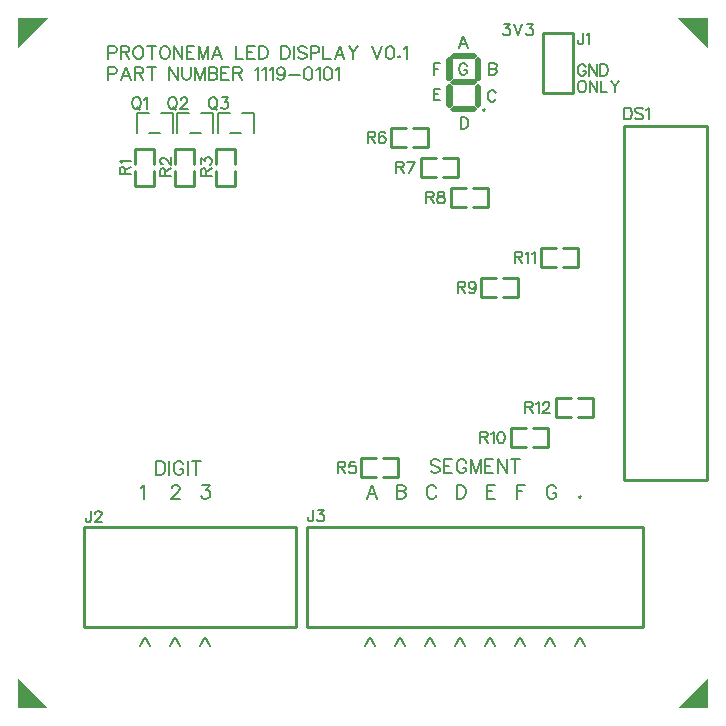
<source format=gto>
G04 Layer: TopSilkscreenLayer*
G04 Panelize: , Column: 2, Row: 2, Board Size: 58.42mm x 58.42mm, Panelized Board Size: 118.84mm x 118.84mm*
G04 EasyEDA v6.5.34, 2023-08-21 18:11:39*
G04 65339524c9c04168860851439bfcdcf3,5a6b42c53f6a479593ecc07194224c93,10*
G04 Gerber Generator version 0.2*
G04 Scale: 100 percent, Rotated: No, Reflected: No *
G04 Dimensions in millimeters *
G04 leading zeros omitted , absolute positions ,4 integer and 5 decimal *
%FSLAX45Y45*%
%MOMM*%

%ADD10C,0.1524*%
%ADD11C,0.2540*%

%LPD*%
G36*
X3682390Y5545886D02*
G01*
X3663391Y5529529D01*
X3656126Y5522671D01*
X3655060Y5521350D01*
X3656126Y5519928D01*
X3663391Y5512866D01*
X3682288Y5495899D01*
X3863136Y5495899D01*
X3890518Y5521045D01*
X3862628Y5545886D01*
G37*
G36*
X3649014Y5515610D02*
G01*
X3647338Y5514594D01*
X3644036Y5511901D01*
X3634638Y5503113D01*
X3622040Y5490616D01*
X3621887Y5327446D01*
X3639667Y5309768D01*
X3644137Y5305704D01*
X3647490Y5302961D01*
X3649218Y5301945D01*
X3651046Y5302961D01*
X3659276Y5309717D01*
X3678275Y5327345D01*
X3678275Y5490667D01*
X3659073Y5507990D01*
X3654348Y5511952D01*
X3650843Y5514594D01*
G37*
G36*
X3894378Y5515610D02*
G01*
X3892702Y5514644D01*
X3889400Y5512104D01*
X3879900Y5503672D01*
X3867200Y5491683D01*
X3867200Y5326227D01*
X3885692Y5309362D01*
X3893464Y5302910D01*
X3894988Y5301945D01*
X3896512Y5302910D01*
X3904030Y5309158D01*
X3921912Y5325516D01*
X3921912Y5492191D01*
X3903878Y5508447D01*
X3896106Y5514695D01*
G37*
G36*
X3680663Y5321655D02*
G01*
X3662883Y5305196D01*
X3656076Y5298084D01*
X3655060Y5296611D01*
X3656126Y5295036D01*
X3659073Y5291836D01*
X3668776Y5282590D01*
X3682492Y5270144D01*
X3863035Y5270144D01*
X3890314Y5296662D01*
X3863136Y5321655D01*
G37*
G36*
X3895242Y5291378D02*
G01*
X3890619Y5287619D01*
X3867200Y5265978D01*
X3867200Y5101590D01*
X3885031Y5085029D01*
X3889451Y5081219D01*
X3892753Y5078679D01*
X3894480Y5077714D01*
X3896207Y5078628D01*
X3903979Y5084927D01*
X3921912Y5101285D01*
X3921912Y5267960D01*
X3903929Y5284216D01*
X3896614Y5290413D01*
G37*
G36*
X3649014Y5291175D02*
G01*
X3647440Y5290108D01*
X3639870Y5283403D01*
X3621887Y5266182D01*
X3621887Y5101945D01*
X3639616Y5085130D01*
X3644036Y5081270D01*
X3647389Y5078679D01*
X3649116Y5077714D01*
X3650894Y5078730D01*
X3654450Y5081422D01*
X3664610Y5090261D01*
X3678275Y5102758D01*
X3678275Y5265216D01*
X3658819Y5283352D01*
X3650640Y5290210D01*
G37*
G36*
X3682796Y5097424D02*
G01*
X3654247Y5071770D01*
X3682339Y5045913D01*
X3862019Y5045913D01*
X3890670Y5072329D01*
X3861866Y5097424D01*
G37*
D10*
X2496565Y1675637D02*
G01*
X2496565Y1602994D01*
X2491993Y1589278D01*
X2487422Y1584705D01*
X2478277Y1580134D01*
X2469388Y1580134D01*
X2460243Y1584705D01*
X2455672Y1589278D01*
X2451100Y1602994D01*
X2451100Y1612137D01*
X2535681Y1675637D02*
G01*
X2585720Y1675637D01*
X2558288Y1639315D01*
X2572004Y1639315D01*
X2581147Y1634744D01*
X2585720Y1630171D01*
X2590291Y1616710D01*
X2590291Y1607565D01*
X2585720Y1593850D01*
X2576575Y1584705D01*
X2562859Y1580134D01*
X2549397Y1580134D01*
X2535681Y1584705D01*
X2531109Y1589278D01*
X2526538Y1598421D01*
X762000Y5423915D02*
G01*
X762000Y5314950D01*
X762000Y5423915D02*
G01*
X808736Y5423915D01*
X824229Y5418836D01*
X829563Y5413502D01*
X834644Y5403087D01*
X834644Y5387594D01*
X829563Y5377179D01*
X824229Y5372100D01*
X808736Y5366765D01*
X762000Y5366765D01*
X910589Y5423915D02*
G01*
X868934Y5314950D01*
X910589Y5423915D02*
G01*
X952245Y5314950D01*
X884681Y5351271D02*
G01*
X936497Y5351271D01*
X986536Y5423915D02*
G01*
X986536Y5314950D01*
X986536Y5423915D02*
G01*
X1033271Y5423915D01*
X1048765Y5418836D01*
X1054100Y5413502D01*
X1059179Y5403087D01*
X1059179Y5392673D01*
X1054100Y5382260D01*
X1048765Y5377179D01*
X1033271Y5372100D01*
X986536Y5372100D01*
X1022857Y5372100D02*
G01*
X1059179Y5314950D01*
X1129792Y5423915D02*
G01*
X1129792Y5314950D01*
X1093470Y5423915D02*
G01*
X1166113Y5423915D01*
X1280413Y5423915D02*
G01*
X1280413Y5314950D01*
X1280413Y5423915D02*
G01*
X1353312Y5314950D01*
X1353312Y5423915D02*
G01*
X1353312Y5314950D01*
X1387602Y5423915D02*
G01*
X1387602Y5345937D01*
X1392681Y5330444D01*
X1403095Y5320029D01*
X1418589Y5314950D01*
X1429004Y5314950D01*
X1444752Y5320029D01*
X1455165Y5330444D01*
X1460245Y5345937D01*
X1460245Y5423915D01*
X1494536Y5423915D02*
G01*
X1494536Y5314950D01*
X1494536Y5423915D02*
G01*
X1536192Y5314950D01*
X1577594Y5423915D02*
G01*
X1536192Y5314950D01*
X1577594Y5423915D02*
G01*
X1577594Y5314950D01*
X1611884Y5423915D02*
G01*
X1611884Y5314950D01*
X1611884Y5423915D02*
G01*
X1658620Y5423915D01*
X1674368Y5418836D01*
X1679447Y5413502D01*
X1684781Y5403087D01*
X1684781Y5392673D01*
X1679447Y5382260D01*
X1674368Y5377179D01*
X1658620Y5372100D01*
X1611884Y5372100D02*
G01*
X1658620Y5372100D01*
X1674368Y5366765D01*
X1679447Y5361686D01*
X1684781Y5351271D01*
X1684781Y5335523D01*
X1679447Y5325110D01*
X1674368Y5320029D01*
X1658620Y5314950D01*
X1611884Y5314950D01*
X1719071Y5423915D02*
G01*
X1719071Y5314950D01*
X1719071Y5423915D02*
G01*
X1786636Y5423915D01*
X1719071Y5372100D02*
G01*
X1760473Y5372100D01*
X1719071Y5314950D02*
G01*
X1786636Y5314950D01*
X1820926Y5423915D02*
G01*
X1820926Y5314950D01*
X1820926Y5423915D02*
G01*
X1867662Y5423915D01*
X1883155Y5418836D01*
X1888489Y5413502D01*
X1893570Y5403087D01*
X1893570Y5392673D01*
X1888489Y5382260D01*
X1883155Y5377179D01*
X1867662Y5372100D01*
X1820926Y5372100D01*
X1857247Y5372100D02*
G01*
X1893570Y5314950D01*
X2007870Y5403087D02*
G01*
X2018284Y5408421D01*
X2033777Y5423915D01*
X2033777Y5314950D01*
X2068068Y5403087D02*
G01*
X2078481Y5408421D01*
X2094229Y5423915D01*
X2094229Y5314950D01*
X2128520Y5403087D02*
G01*
X2138679Y5408421D01*
X2154427Y5423915D01*
X2154427Y5314950D01*
X2256281Y5387594D02*
G01*
X2250947Y5372100D01*
X2240534Y5361686D01*
X2225040Y5356352D01*
X2219959Y5356352D01*
X2204211Y5361686D01*
X2193797Y5372100D01*
X2188718Y5387594D01*
X2188718Y5392673D01*
X2193797Y5408421D01*
X2204211Y5418836D01*
X2219959Y5423915D01*
X2225040Y5423915D01*
X2240534Y5418836D01*
X2250947Y5408421D01*
X2256281Y5387594D01*
X2256281Y5361686D01*
X2250947Y5335523D01*
X2240534Y5320029D01*
X2225040Y5314950D01*
X2214625Y5314950D01*
X2199131Y5320029D01*
X2193797Y5330444D01*
X2290572Y5361686D02*
G01*
X2384043Y5361686D01*
X2449575Y5423915D02*
G01*
X2433827Y5418836D01*
X2423413Y5403087D01*
X2418334Y5377179D01*
X2418334Y5361686D01*
X2423413Y5335523D01*
X2433827Y5320029D01*
X2449575Y5314950D01*
X2459990Y5314950D01*
X2475484Y5320029D01*
X2485897Y5335523D01*
X2490977Y5361686D01*
X2490977Y5377179D01*
X2485897Y5403087D01*
X2475484Y5418836D01*
X2459990Y5423915D01*
X2449575Y5423915D01*
X2525268Y5403087D02*
G01*
X2535681Y5408421D01*
X2551429Y5423915D01*
X2551429Y5314950D01*
X2616708Y5423915D02*
G01*
X2601213Y5418836D01*
X2590800Y5403087D01*
X2585720Y5377179D01*
X2585720Y5361686D01*
X2590800Y5335523D01*
X2601213Y5320029D01*
X2616708Y5314950D01*
X2627122Y5314950D01*
X2642870Y5320029D01*
X2653029Y5335523D01*
X2658363Y5361686D01*
X2658363Y5377179D01*
X2653029Y5403087D01*
X2642870Y5418836D01*
X2627122Y5423915D01*
X2616708Y5423915D01*
X2692654Y5403087D02*
G01*
X2703068Y5408421D01*
X2718561Y5423915D01*
X2718561Y5314950D01*
X762000Y5601715D02*
G01*
X762000Y5492750D01*
X762000Y5601715D02*
G01*
X808736Y5601715D01*
X824229Y5596636D01*
X829563Y5591302D01*
X834644Y5580887D01*
X834644Y5565394D01*
X829563Y5554979D01*
X824229Y5549900D01*
X808736Y5544565D01*
X762000Y5544565D01*
X868934Y5601715D02*
G01*
X868934Y5492750D01*
X868934Y5601715D02*
G01*
X915670Y5601715D01*
X931418Y5596636D01*
X936497Y5591302D01*
X941831Y5580887D01*
X941831Y5570473D01*
X936497Y5560060D01*
X931418Y5554979D01*
X915670Y5549900D01*
X868934Y5549900D01*
X905510Y5549900D02*
G01*
X941831Y5492750D01*
X1007110Y5601715D02*
G01*
X996950Y5596636D01*
X986536Y5586221D01*
X981202Y5575807D01*
X976121Y5560060D01*
X976121Y5534152D01*
X981202Y5518657D01*
X986536Y5508244D01*
X996950Y5497829D01*
X1007110Y5492750D01*
X1027937Y5492750D01*
X1038352Y5497829D01*
X1048765Y5508244D01*
X1054100Y5518657D01*
X1059179Y5534152D01*
X1059179Y5560060D01*
X1054100Y5575807D01*
X1048765Y5586221D01*
X1038352Y5596636D01*
X1027937Y5601715D01*
X1007110Y5601715D01*
X1129792Y5601715D02*
G01*
X1129792Y5492750D01*
X1093470Y5601715D02*
G01*
X1166113Y5601715D01*
X1231645Y5601715D02*
G01*
X1221231Y5596636D01*
X1210818Y5586221D01*
X1205737Y5575807D01*
X1200404Y5560060D01*
X1200404Y5534152D01*
X1205737Y5518657D01*
X1210818Y5508244D01*
X1221231Y5497829D01*
X1231645Y5492750D01*
X1252473Y5492750D01*
X1262887Y5497829D01*
X1273302Y5508244D01*
X1278381Y5518657D01*
X1283715Y5534152D01*
X1283715Y5560060D01*
X1278381Y5575807D01*
X1273302Y5586221D01*
X1262887Y5596636D01*
X1252473Y5601715D01*
X1231645Y5601715D01*
X1318005Y5601715D02*
G01*
X1318005Y5492750D01*
X1318005Y5601715D02*
G01*
X1390650Y5492750D01*
X1390650Y5601715D02*
G01*
X1390650Y5492750D01*
X1424939Y5601715D02*
G01*
X1424939Y5492750D01*
X1424939Y5601715D02*
G01*
X1492504Y5601715D01*
X1424939Y5549900D02*
G01*
X1466595Y5549900D01*
X1424939Y5492750D02*
G01*
X1492504Y5492750D01*
X1526794Y5601715D02*
G01*
X1526794Y5492750D01*
X1526794Y5601715D02*
G01*
X1568450Y5492750D01*
X1609852Y5601715D02*
G01*
X1568450Y5492750D01*
X1609852Y5601715D02*
G01*
X1609852Y5492750D01*
X1685797Y5601715D02*
G01*
X1644142Y5492750D01*
X1685797Y5601715D02*
G01*
X1727200Y5492750D01*
X1659889Y5529071D02*
G01*
X1711705Y5529071D01*
X1841500Y5601715D02*
G01*
X1841500Y5492750D01*
X1841500Y5492750D02*
G01*
X1903984Y5492750D01*
X1938274Y5601715D02*
G01*
X1938274Y5492750D01*
X1938274Y5601715D02*
G01*
X2005838Y5601715D01*
X1938274Y5549900D02*
G01*
X1979929Y5549900D01*
X1938274Y5492750D02*
G01*
X2005838Y5492750D01*
X2040127Y5601715D02*
G01*
X2040127Y5492750D01*
X2040127Y5601715D02*
G01*
X2076450Y5601715D01*
X2091943Y5596636D01*
X2102358Y5586221D01*
X2107691Y5575807D01*
X2112772Y5560060D01*
X2112772Y5534152D01*
X2107691Y5518657D01*
X2102358Y5508244D01*
X2091943Y5497829D01*
X2076450Y5492750D01*
X2040127Y5492750D01*
X2227072Y5601715D02*
G01*
X2227072Y5492750D01*
X2227072Y5601715D02*
G01*
X2263393Y5601715D01*
X2279141Y5596636D01*
X2289556Y5586221D01*
X2294636Y5575807D01*
X2299970Y5560060D01*
X2299970Y5534152D01*
X2294636Y5518657D01*
X2289556Y5508244D01*
X2279141Y5497829D01*
X2263393Y5492750D01*
X2227072Y5492750D01*
X2334259Y5601715D02*
G01*
X2334259Y5492750D01*
X2441193Y5586221D02*
G01*
X2430779Y5596636D01*
X2415286Y5601715D01*
X2394458Y5601715D01*
X2378709Y5596636D01*
X2368550Y5586221D01*
X2368550Y5575807D01*
X2373629Y5565394D01*
X2378709Y5560060D01*
X2389124Y5554979D01*
X2420365Y5544565D01*
X2430779Y5539486D01*
X2435859Y5534152D01*
X2441193Y5523737D01*
X2441193Y5508244D01*
X2430779Y5497829D01*
X2415286Y5492750D01*
X2394458Y5492750D01*
X2378709Y5497829D01*
X2368550Y5508244D01*
X2475484Y5601715D02*
G01*
X2475484Y5492750D01*
X2475484Y5601715D02*
G01*
X2522220Y5601715D01*
X2537713Y5596636D01*
X2543047Y5591302D01*
X2548127Y5580887D01*
X2548127Y5565394D01*
X2543047Y5554979D01*
X2537713Y5549900D01*
X2522220Y5544565D01*
X2475484Y5544565D01*
X2582418Y5601715D02*
G01*
X2582418Y5492750D01*
X2582418Y5492750D02*
G01*
X2644902Y5492750D01*
X2720593Y5601715D02*
G01*
X2679191Y5492750D01*
X2720593Y5601715D02*
G01*
X2762250Y5492750D01*
X2694686Y5529071D02*
G01*
X2746756Y5529071D01*
X2796540Y5601715D02*
G01*
X2838195Y5549900D01*
X2838195Y5492750D01*
X2879597Y5601715D02*
G01*
X2838195Y5549900D01*
X2993897Y5601715D02*
G01*
X3035554Y5492750D01*
X3077209Y5601715D02*
G01*
X3035554Y5492750D01*
X3142488Y5601715D02*
G01*
X3126993Y5596636D01*
X3116579Y5580887D01*
X3111500Y5554979D01*
X3111500Y5539486D01*
X3116579Y5513323D01*
X3126993Y5497829D01*
X3142488Y5492750D01*
X3152902Y5492750D01*
X3168650Y5497829D01*
X3178809Y5513323D01*
X3184143Y5539486D01*
X3184143Y5554979D01*
X3178809Y5580887D01*
X3168650Y5596636D01*
X3152902Y5601715D01*
X3142488Y5601715D01*
X3223513Y5518657D02*
G01*
X3218434Y5513323D01*
X3223513Y5508244D01*
X3228847Y5513323D01*
X3223513Y5518657D01*
X3263138Y5580887D02*
G01*
X3273552Y5586221D01*
X3289045Y5601715D01*
X3289045Y5492750D01*
X4764277Y5307837D02*
G01*
X4755388Y5303265D01*
X4746243Y5294376D01*
X4741672Y5285231D01*
X4737100Y5271515D01*
X4737100Y5248910D01*
X4741672Y5235194D01*
X4746243Y5226050D01*
X4755388Y5216905D01*
X4764277Y5212334D01*
X4782565Y5212334D01*
X4791709Y5216905D01*
X4800854Y5226050D01*
X4805172Y5235194D01*
X4809743Y5248910D01*
X4809743Y5271515D01*
X4805172Y5285231D01*
X4800854Y5294376D01*
X4791709Y5303265D01*
X4782565Y5307837D01*
X4764277Y5307837D01*
X4839715Y5307837D02*
G01*
X4839715Y5212334D01*
X4839715Y5307837D02*
G01*
X4903470Y5212334D01*
X4903470Y5307837D02*
G01*
X4903470Y5212334D01*
X4933441Y5307837D02*
G01*
X4933441Y5212334D01*
X4933441Y5212334D02*
G01*
X4988052Y5212334D01*
X5018024Y5307837D02*
G01*
X5054345Y5262371D01*
X5054345Y5212334D01*
X5090668Y5307837D02*
G01*
X5054345Y5262371D01*
X4805172Y5424931D02*
G01*
X4800854Y5434076D01*
X4791709Y5442965D01*
X4782565Y5447537D01*
X4764277Y5447537D01*
X4755388Y5442965D01*
X4746243Y5434076D01*
X4741672Y5424931D01*
X4737100Y5411215D01*
X4737100Y5388610D01*
X4741672Y5374894D01*
X4746243Y5365750D01*
X4755388Y5356605D01*
X4764277Y5352034D01*
X4782565Y5352034D01*
X4791709Y5356605D01*
X4800854Y5365750D01*
X4805172Y5374894D01*
X4805172Y5388610D01*
X4782565Y5388610D02*
G01*
X4805172Y5388610D01*
X4835397Y5447537D02*
G01*
X4835397Y5352034D01*
X4835397Y5447537D02*
G01*
X4898897Y5352034D01*
X4898897Y5447537D02*
G01*
X4898897Y5352034D01*
X4928870Y5447537D02*
G01*
X4928870Y5352034D01*
X4928870Y5447537D02*
G01*
X4960620Y5447537D01*
X4974336Y5442965D01*
X4983479Y5434076D01*
X4988052Y5424931D01*
X4992624Y5411215D01*
X4992624Y5388610D01*
X4988052Y5374894D01*
X4983479Y5365750D01*
X4974336Y5356605D01*
X4960620Y5352034D01*
X4928870Y5352034D01*
X1560321Y1886457D02*
G01*
X1620265Y1886457D01*
X1587500Y1842770D01*
X1604010Y1842770D01*
X1614931Y1837181D01*
X1620265Y1831847D01*
X1625854Y1815592D01*
X1625854Y1804670D01*
X1620265Y1788160D01*
X1609344Y1777237D01*
X1593087Y1771904D01*
X1576578Y1771904D01*
X1560321Y1777237D01*
X1554734Y1782826D01*
X1549400Y1793747D01*
X1300734Y1859026D02*
G01*
X1300734Y1864613D01*
X1306321Y1875536D01*
X1311655Y1880870D01*
X1322578Y1886457D01*
X1344421Y1886457D01*
X1355344Y1880870D01*
X1360931Y1875536D01*
X1366265Y1864613D01*
X1366265Y1853692D01*
X1360931Y1842770D01*
X1350010Y1826513D01*
X1295400Y1771904D01*
X1371854Y1771904D01*
X1041400Y1864613D02*
G01*
X1052321Y1869947D01*
X1068578Y1886457D01*
X1068578Y1771904D01*
X616457Y1666239D02*
G01*
X616457Y1593595D01*
X611886Y1579879D01*
X607313Y1575307D01*
X598170Y1570736D01*
X589279Y1570736D01*
X580136Y1575307D01*
X575563Y1579879D01*
X570992Y1593595D01*
X570992Y1602739D01*
X651002Y1643634D02*
G01*
X651002Y1648205D01*
X655573Y1657095D01*
X660145Y1661668D01*
X669289Y1666239D01*
X687323Y1666239D01*
X696468Y1661668D01*
X701039Y1657095D01*
X705612Y1648205D01*
X705612Y1639062D01*
X701039Y1629918D01*
X691895Y1616202D01*
X646429Y1570736D01*
X710184Y1570736D01*
X2993643Y1886457D02*
G01*
X2949956Y1771904D01*
X2993643Y1886457D02*
G01*
X3037331Y1771904D01*
X2966465Y1810004D02*
G01*
X3020822Y1810004D01*
X3203956Y1886457D02*
G01*
X3203956Y1771904D01*
X3203956Y1886457D02*
G01*
X3252977Y1886457D01*
X3269488Y1880870D01*
X3274822Y1875536D01*
X3280409Y1864613D01*
X3280409Y1853692D01*
X3274822Y1842770D01*
X3269488Y1837181D01*
X3252977Y1831847D01*
X3203956Y1831847D02*
G01*
X3252977Y1831847D01*
X3269488Y1826260D01*
X3274822Y1820926D01*
X3280409Y1810004D01*
X3280409Y1793747D01*
X3274822Y1782826D01*
X3269488Y1777237D01*
X3252977Y1771904D01*
X3203956Y1771904D01*
X3539743Y1859026D02*
G01*
X3534409Y1869947D01*
X3523488Y1880870D01*
X3512565Y1886457D01*
X3490722Y1886457D01*
X3479800Y1880870D01*
X3468877Y1869947D01*
X3463543Y1859026D01*
X3457956Y1842770D01*
X3457956Y1815337D01*
X3463543Y1799081D01*
X3468877Y1788160D01*
X3479800Y1777237D01*
X3490722Y1771904D01*
X3512565Y1771904D01*
X3523488Y1777237D01*
X3534409Y1788160D01*
X3539743Y1799081D01*
X3711956Y1886457D02*
G01*
X3711956Y1771904D01*
X3711956Y1886457D02*
G01*
X3750309Y1886457D01*
X3766565Y1880870D01*
X3777488Y1869947D01*
X3782822Y1859026D01*
X3788409Y1842770D01*
X3788409Y1815337D01*
X3782822Y1799081D01*
X3777488Y1788160D01*
X3766565Y1777237D01*
X3750309Y1771904D01*
X3711956Y1771904D01*
X3965956Y1886457D02*
G01*
X3965956Y1771904D01*
X3965956Y1886457D02*
G01*
X4036822Y1886457D01*
X3965956Y1831847D02*
G01*
X4009643Y1831847D01*
X3965956Y1771904D02*
G01*
X4036822Y1771904D01*
X4219956Y1886457D02*
G01*
X4219956Y1771904D01*
X4219956Y1886457D02*
G01*
X4290822Y1886457D01*
X4219956Y1831847D02*
G01*
X4263643Y1831847D01*
X4555743Y1859026D02*
G01*
X4550409Y1869947D01*
X4539488Y1880870D01*
X4528565Y1886457D01*
X4506722Y1886457D01*
X4495800Y1880870D01*
X4484877Y1869947D01*
X4479543Y1859026D01*
X4473956Y1842770D01*
X4473956Y1815337D01*
X4479543Y1799081D01*
X4484877Y1788160D01*
X4495800Y1777237D01*
X4506722Y1771904D01*
X4528565Y1771904D01*
X4539488Y1777237D01*
X4550409Y1788160D01*
X4555743Y1799081D01*
X4555743Y1815337D01*
X4528565Y1815337D02*
G01*
X4555743Y1815337D01*
X4758943Y1796287D02*
G01*
X4749800Y1787144D01*
X4758943Y1778000D01*
X4768088Y1787144D01*
X4758943Y1796287D01*
X1168400Y2089657D02*
G01*
X1168400Y1975104D01*
X1168400Y2089657D02*
G01*
X1206500Y2089657D01*
X1223010Y2084070D01*
X1233931Y2073147D01*
X1239265Y2062226D01*
X1244854Y2045970D01*
X1244854Y2018792D01*
X1239265Y2002281D01*
X1233931Y1991360D01*
X1223010Y1980437D01*
X1206500Y1975104D01*
X1168400Y1975104D01*
X1280668Y2089657D02*
G01*
X1280668Y1975104D01*
X1398523Y2062226D02*
G01*
X1393189Y2073147D01*
X1382268Y2084070D01*
X1371345Y2089657D01*
X1349502Y2089657D01*
X1338579Y2084070D01*
X1327657Y2073147D01*
X1322323Y2062226D01*
X1316736Y2045970D01*
X1316736Y2018792D01*
X1322323Y2002281D01*
X1327657Y1991360D01*
X1338579Y1980437D01*
X1349502Y1975104D01*
X1371345Y1975104D01*
X1382268Y1980437D01*
X1393189Y1991360D01*
X1398523Y2002281D01*
X1398523Y2018792D01*
X1371345Y2018792D02*
G01*
X1398523Y2018792D01*
X1434592Y2089657D02*
G01*
X1434592Y1975104D01*
X1508760Y2089657D02*
G01*
X1508760Y1975104D01*
X1470660Y2089657D02*
G01*
X1546860Y2089657D01*
X3568954Y2085847D02*
G01*
X3558031Y2096770D01*
X3541522Y2102357D01*
X3519677Y2102357D01*
X3503422Y2096770D01*
X3492500Y2085847D01*
X3492500Y2074926D01*
X3497834Y2064004D01*
X3503422Y2058670D01*
X3514343Y2053081D01*
X3547109Y2042413D01*
X3558031Y2036826D01*
X3563365Y2031492D01*
X3568954Y2020570D01*
X3568954Y2004060D01*
X3558031Y1993137D01*
X3541522Y1987804D01*
X3519677Y1987804D01*
X3503422Y1993137D01*
X3492500Y2004060D01*
X3604768Y2102357D02*
G01*
X3604768Y1987804D01*
X3604768Y2102357D02*
G01*
X3675888Y2102357D01*
X3604768Y2047747D02*
G01*
X3648456Y2047747D01*
X3604768Y1987804D02*
G01*
X3675888Y1987804D01*
X3793490Y2074926D02*
G01*
X3788156Y2085847D01*
X3777234Y2096770D01*
X3766311Y2102357D01*
X3744468Y2102357D01*
X3733545Y2096770D01*
X3722624Y2085847D01*
X3717290Y2074926D01*
X3711702Y2058670D01*
X3711702Y2031492D01*
X3717290Y2014981D01*
X3722624Y2004060D01*
X3733545Y1993137D01*
X3744468Y1987804D01*
X3766311Y1987804D01*
X3777234Y1993137D01*
X3788156Y2004060D01*
X3793490Y2014981D01*
X3793490Y2031492D01*
X3766311Y2031492D02*
G01*
X3793490Y2031492D01*
X3829558Y2102357D02*
G01*
X3829558Y1987804D01*
X3829558Y2102357D02*
G01*
X3873245Y1987804D01*
X3916934Y2102357D02*
G01*
X3873245Y1987804D01*
X3916934Y2102357D02*
G01*
X3916934Y1987804D01*
X3952747Y2102357D02*
G01*
X3952747Y1987804D01*
X3952747Y2102357D02*
G01*
X4023868Y2102357D01*
X3952747Y2047747D02*
G01*
X3996436Y2047747D01*
X3952747Y1987804D02*
G01*
X4023868Y1987804D01*
X4059681Y2102357D02*
G01*
X4059681Y1987804D01*
X4059681Y2102357D02*
G01*
X4136136Y1987804D01*
X4136136Y2102357D02*
G01*
X4136136Y1987804D01*
X4210304Y2102357D02*
G01*
X4210304Y1987804D01*
X4172204Y2102357D02*
G01*
X4248404Y2102357D01*
X3768516Y5685792D02*
G01*
X3732194Y5590288D01*
X3768516Y5685792D02*
G01*
X3804838Y5590288D01*
X3745910Y5622292D02*
G01*
X3791376Y5622292D01*
X3986194Y5457192D02*
G01*
X3986194Y5361688D01*
X3986194Y5457192D02*
G01*
X4027088Y5457192D01*
X4040804Y5452620D01*
X4045376Y5448048D01*
X4049948Y5439158D01*
X4049948Y5430014D01*
X4045376Y5420870D01*
X4040804Y5416298D01*
X4027088Y5411726D01*
X3986194Y5411726D02*
G01*
X4027088Y5411726D01*
X4040804Y5407154D01*
X4045376Y5402836D01*
X4049948Y5393692D01*
X4049948Y5379976D01*
X4045376Y5370832D01*
X4040804Y5366260D01*
X4027088Y5361688D01*
X3986194Y5361688D01*
X4041566Y5205986D02*
G01*
X4037248Y5215130D01*
X4028104Y5224020D01*
X4018960Y5228592D01*
X4000672Y5228592D01*
X3991782Y5224020D01*
X3982638Y5215130D01*
X3978066Y5205986D01*
X3973494Y5192270D01*
X3973494Y5169664D01*
X3978066Y5155948D01*
X3982638Y5146804D01*
X3991782Y5137660D01*
X4000672Y5133088D01*
X4018960Y5133088D01*
X4028104Y5137660D01*
X4037248Y5146804D01*
X4041566Y5155948D01*
X3744894Y4999992D02*
G01*
X3744894Y4904488D01*
X3744894Y4999992D02*
G01*
X3776644Y4999992D01*
X3790360Y4995420D01*
X3799504Y4986530D01*
X3804076Y4977386D01*
X3808648Y4963670D01*
X3808648Y4941064D01*
X3804076Y4927348D01*
X3799504Y4918204D01*
X3790360Y4909060D01*
X3776644Y4904488D01*
X3744894Y4904488D01*
X3516243Y5241317D02*
G01*
X3516243Y5145813D01*
X3516243Y5241317D02*
G01*
X3575425Y5241317D01*
X3516243Y5195851D02*
G01*
X3552565Y5195851D01*
X3516243Y5145813D02*
G01*
X3575425Y5145813D01*
X3516243Y5457217D02*
G01*
X3516243Y5361713D01*
X3516243Y5457217D02*
G01*
X3575425Y5457217D01*
X3516243Y5411751D02*
G01*
X3552565Y5411751D01*
X3800469Y5434611D02*
G01*
X3795897Y5443501D01*
X3786753Y5452645D01*
X3777609Y5457217D01*
X3759575Y5457217D01*
X3750431Y5452645D01*
X3741287Y5443501D01*
X3736715Y5434611D01*
X3732143Y5420895D01*
X3732143Y5398289D01*
X3736715Y5384573D01*
X3741287Y5375429D01*
X3750431Y5366285D01*
X3759575Y5361713D01*
X3777609Y5361713D01*
X3786753Y5366285D01*
X3795897Y5375429D01*
X3800469Y5384573D01*
X3800469Y5398289D01*
X3777609Y5398289D02*
G01*
X3800469Y5398289D01*
X1112072Y524134D02*
G01*
X1071178Y597032D01*
X1030284Y524134D01*
X1366072Y524134D02*
G01*
X1325178Y597032D01*
X1284284Y524134D01*
X1620072Y524134D02*
G01*
X1579178Y597032D01*
X1538284Y524134D01*
X3020679Y524108D02*
G01*
X2979785Y597006D01*
X2938891Y524108D01*
X3274679Y524108D02*
G01*
X3233785Y597006D01*
X3192891Y524108D01*
X3528679Y524108D02*
G01*
X3487785Y597006D01*
X3446891Y524108D01*
X3782679Y524108D02*
G01*
X3741785Y597006D01*
X3700891Y524108D01*
X4036679Y524108D02*
G01*
X3995785Y597006D01*
X3954891Y524108D01*
X4290679Y524108D02*
G01*
X4249785Y597006D01*
X4208891Y524108D01*
X4544679Y524108D02*
G01*
X4503785Y597006D01*
X4462891Y524108D01*
X4798679Y524108D02*
G01*
X4757785Y597006D01*
X4716891Y524108D01*
X4782565Y5714237D02*
G01*
X4782565Y5641594D01*
X4777993Y5627878D01*
X4773422Y5623305D01*
X4764277Y5618734D01*
X4755388Y5618734D01*
X4746243Y5623305D01*
X4741672Y5627878D01*
X4737100Y5641594D01*
X4737100Y5650737D01*
X4812538Y5696204D02*
G01*
X4821681Y5700776D01*
X4835397Y5714237D01*
X4835397Y5618734D01*
X5130800Y5079237D02*
G01*
X5130800Y4983734D01*
X5130800Y5079237D02*
G01*
X5162550Y5079237D01*
X5176265Y5074665D01*
X5185409Y5065776D01*
X5189981Y5056631D01*
X5194554Y5042915D01*
X5194554Y5020310D01*
X5189981Y5006594D01*
X5185409Y4997450D01*
X5176265Y4988305D01*
X5162550Y4983734D01*
X5130800Y4983734D01*
X5288025Y5065776D02*
G01*
X5278881Y5074665D01*
X5265420Y5079237D01*
X5247131Y5079237D01*
X5233415Y5074665D01*
X5224525Y5065776D01*
X5224525Y5056631D01*
X5229097Y5047487D01*
X5233415Y5042915D01*
X5242559Y5038344D01*
X5269991Y5029200D01*
X5278881Y5024881D01*
X5283454Y5020310D01*
X5288025Y5011165D01*
X5288025Y4997450D01*
X5278881Y4988305D01*
X5265420Y4983734D01*
X5247131Y4983734D01*
X5233415Y4988305D01*
X5224525Y4997450D01*
X5317997Y5061204D02*
G01*
X5327141Y5065776D01*
X5340858Y5079237D01*
X5340858Y4983734D01*
X4111243Y5790437D02*
G01*
X4161281Y5790437D01*
X4133850Y5754115D01*
X4147565Y5754115D01*
X4156709Y5749544D01*
X4161281Y5744971D01*
X4165854Y5731510D01*
X4165854Y5722365D01*
X4161281Y5708650D01*
X4152138Y5699505D01*
X4138422Y5694934D01*
X4124706Y5694934D01*
X4111243Y5699505D01*
X4106672Y5704078D01*
X4102100Y5713221D01*
X4195825Y5790437D02*
G01*
X4232147Y5694934D01*
X4268470Y5790437D02*
G01*
X4232147Y5694934D01*
X4307586Y5790437D02*
G01*
X4357624Y5790437D01*
X4330191Y5754115D01*
X4343908Y5754115D01*
X4353052Y5749544D01*
X4357624Y5744971D01*
X4362195Y5731510D01*
X4362195Y5722365D01*
X4357624Y5708650D01*
X4348479Y5699505D01*
X4334763Y5694934D01*
X4321302Y5694934D01*
X4307586Y5699505D01*
X4303013Y5704078D01*
X4298441Y5713221D01*
X3944538Y5069842D02*
G01*
X3935394Y5060698D01*
X3944538Y5051554D01*
X3953682Y5060698D01*
X3944538Y5069842D01*
X2705100Y2082037D02*
G01*
X2705100Y1986534D01*
X2705100Y2082037D02*
G01*
X2745993Y2082037D01*
X2759709Y2077465D01*
X2764281Y2072894D01*
X2768854Y2064004D01*
X2768854Y2054860D01*
X2764281Y2045715D01*
X2759709Y2041144D01*
X2745993Y2036571D01*
X2705100Y2036571D01*
X2736850Y2036571D02*
G01*
X2768854Y1986534D01*
X2853181Y2082037D02*
G01*
X2807715Y2082037D01*
X2803397Y2041144D01*
X2807715Y2045715D01*
X2821431Y2050287D01*
X2835147Y2050287D01*
X2848609Y2045715D01*
X2857754Y2036571D01*
X2862325Y2023110D01*
X2862325Y2013965D01*
X2857754Y2000250D01*
X2848609Y1991105D01*
X2835147Y1986534D01*
X2821431Y1986534D01*
X2807715Y1991105D01*
X2803397Y1995678D01*
X2798825Y2004821D01*
X2959100Y4876037D02*
G01*
X2959100Y4780534D01*
X2959100Y4876037D02*
G01*
X2999993Y4876037D01*
X3013709Y4871465D01*
X3018281Y4866894D01*
X3022854Y4858004D01*
X3022854Y4848860D01*
X3018281Y4839715D01*
X3013709Y4835144D01*
X2999993Y4830571D01*
X2959100Y4830571D01*
X2990850Y4830571D02*
G01*
X3022854Y4780534D01*
X3107181Y4862576D02*
G01*
X3102609Y4871465D01*
X3089147Y4876037D01*
X3080004Y4876037D01*
X3066288Y4871465D01*
X3057397Y4858004D01*
X3052825Y4835144D01*
X3052825Y4812537D01*
X3057397Y4794250D01*
X3066288Y4785105D01*
X3080004Y4780534D01*
X3084575Y4780534D01*
X3098291Y4785105D01*
X3107181Y4794250D01*
X3111754Y4807965D01*
X3111754Y4812537D01*
X3107181Y4826000D01*
X3098291Y4835144D01*
X3084575Y4839715D01*
X3080004Y4839715D01*
X3066288Y4835144D01*
X3057397Y4826000D01*
X3052825Y4812537D01*
X3200400Y4622037D02*
G01*
X3200400Y4526534D01*
X3200400Y4622037D02*
G01*
X3241293Y4622037D01*
X3255009Y4617465D01*
X3259581Y4612894D01*
X3264154Y4604004D01*
X3264154Y4594860D01*
X3259581Y4585715D01*
X3255009Y4581144D01*
X3241293Y4576571D01*
X3200400Y4576571D01*
X3232150Y4576571D02*
G01*
X3264154Y4526534D01*
X3357625Y4622037D02*
G01*
X3312159Y4526534D01*
X3294125Y4622037D02*
G01*
X3357625Y4622037D01*
X3454400Y4368037D02*
G01*
X3454400Y4272534D01*
X3454400Y4368037D02*
G01*
X3495293Y4368037D01*
X3509009Y4363465D01*
X3513581Y4358894D01*
X3518154Y4350004D01*
X3518154Y4340860D01*
X3513581Y4331715D01*
X3509009Y4327144D01*
X3495293Y4322571D01*
X3454400Y4322571D01*
X3486150Y4322571D02*
G01*
X3518154Y4272534D01*
X3570731Y4368037D02*
G01*
X3557015Y4363465D01*
X3552697Y4354576D01*
X3552697Y4345431D01*
X3557015Y4336287D01*
X3566159Y4331715D01*
X3584447Y4327144D01*
X3597909Y4322571D01*
X3607054Y4313681D01*
X3611625Y4304537D01*
X3611625Y4290821D01*
X3607054Y4281678D01*
X3602481Y4277105D01*
X3589020Y4272534D01*
X3570731Y4272534D01*
X3557015Y4277105D01*
X3552697Y4281678D01*
X3548125Y4290821D01*
X3548125Y4304537D01*
X3552697Y4313681D01*
X3561588Y4322571D01*
X3575304Y4327144D01*
X3593591Y4331715D01*
X3602481Y4336287D01*
X3607054Y4345431D01*
X3607054Y4354576D01*
X3602481Y4363465D01*
X3589020Y4368037D01*
X3570731Y4368037D01*
X3721100Y3606037D02*
G01*
X3721100Y3510534D01*
X3721100Y3606037D02*
G01*
X3761993Y3606037D01*
X3775709Y3601465D01*
X3780281Y3596894D01*
X3784854Y3588004D01*
X3784854Y3578860D01*
X3780281Y3569715D01*
X3775709Y3565144D01*
X3761993Y3560571D01*
X3721100Y3560571D01*
X3752850Y3560571D02*
G01*
X3784854Y3510534D01*
X3873754Y3574287D02*
G01*
X3869181Y3560571D01*
X3860291Y3551681D01*
X3846575Y3547110D01*
X3842004Y3547110D01*
X3828288Y3551681D01*
X3819397Y3560571D01*
X3814825Y3574287D01*
X3814825Y3578860D01*
X3819397Y3592576D01*
X3828288Y3601465D01*
X3842004Y3606037D01*
X3846575Y3606037D01*
X3860291Y3601465D01*
X3869181Y3592576D01*
X3873754Y3574287D01*
X3873754Y3551681D01*
X3869181Y3528821D01*
X3860291Y3515105D01*
X3846575Y3510534D01*
X3837431Y3510534D01*
X3823715Y3515105D01*
X3819397Y3524250D01*
X3911600Y2336037D02*
G01*
X3911600Y2240534D01*
X3911600Y2336037D02*
G01*
X3952493Y2336037D01*
X3966209Y2331465D01*
X3970781Y2326894D01*
X3975354Y2318004D01*
X3975354Y2308860D01*
X3970781Y2299715D01*
X3966209Y2295144D01*
X3952493Y2290571D01*
X3911600Y2290571D01*
X3943350Y2290571D02*
G01*
X3975354Y2240534D01*
X4005325Y2318004D02*
G01*
X4014215Y2322576D01*
X4027931Y2336037D01*
X4027931Y2240534D01*
X4085336Y2336037D02*
G01*
X4071620Y2331465D01*
X4062475Y2318004D01*
X4057904Y2295144D01*
X4057904Y2281681D01*
X4062475Y2258821D01*
X4071620Y2245105D01*
X4085336Y2240534D01*
X4094225Y2240534D01*
X4107941Y2245105D01*
X4117086Y2258821D01*
X4121658Y2281681D01*
X4121658Y2295144D01*
X4117086Y2318004D01*
X4107941Y2331465D01*
X4094225Y2336037D01*
X4085336Y2336037D01*
X4203700Y3860037D02*
G01*
X4203700Y3764534D01*
X4203700Y3860037D02*
G01*
X4244593Y3860037D01*
X4258309Y3855465D01*
X4262881Y3850894D01*
X4267454Y3842004D01*
X4267454Y3832860D01*
X4262881Y3823715D01*
X4258309Y3819144D01*
X4244593Y3814571D01*
X4203700Y3814571D01*
X4235450Y3814571D02*
G01*
X4267454Y3764534D01*
X4297425Y3842004D02*
G01*
X4306315Y3846576D01*
X4320031Y3860037D01*
X4320031Y3764534D01*
X4350004Y3842004D02*
G01*
X4359147Y3846576D01*
X4372863Y3860037D01*
X4372863Y3764534D01*
X4292600Y2590037D02*
G01*
X4292600Y2494534D01*
X4292600Y2590037D02*
G01*
X4333493Y2590037D01*
X4347209Y2585465D01*
X4351781Y2580894D01*
X4356354Y2572004D01*
X4356354Y2562860D01*
X4351781Y2553715D01*
X4347209Y2549144D01*
X4333493Y2544571D01*
X4292600Y2544571D01*
X4324350Y2544571D02*
G01*
X4356354Y2494534D01*
X4386325Y2572004D02*
G01*
X4395215Y2576576D01*
X4408931Y2590037D01*
X4408931Y2494534D01*
X4443475Y2567431D02*
G01*
X4443475Y2572004D01*
X4448047Y2580894D01*
X4452620Y2585465D01*
X4461763Y2590037D01*
X4479797Y2590037D01*
X4488941Y2585465D01*
X4493513Y2580894D01*
X4498086Y2572004D01*
X4498086Y2562860D01*
X4493513Y2553715D01*
X4484370Y2540000D01*
X4438904Y2494534D01*
X4502658Y2494534D01*
X992378Y5168137D02*
G01*
X983487Y5163565D01*
X974344Y5154676D01*
X969771Y5145531D01*
X965200Y5131815D01*
X965200Y5109210D01*
X969771Y5095494D01*
X974344Y5086350D01*
X983487Y5077205D01*
X992378Y5072634D01*
X1010665Y5072634D01*
X1019810Y5077205D01*
X1028954Y5086350D01*
X1033271Y5095494D01*
X1037844Y5109210D01*
X1037844Y5131815D01*
X1033271Y5145531D01*
X1028954Y5154676D01*
X1019810Y5163565D01*
X1010665Y5168137D01*
X992378Y5168137D01*
X1006094Y5090921D02*
G01*
X1033271Y5063744D01*
X1067815Y5150104D02*
G01*
X1076960Y5154676D01*
X1090676Y5168137D01*
X1090676Y5072634D01*
X857757Y4517389D02*
G01*
X953262Y4517389D01*
X857757Y4517389D02*
G01*
X857757Y4558284D01*
X862329Y4572000D01*
X866902Y4576571D01*
X875792Y4581144D01*
X884936Y4581144D01*
X894079Y4576571D01*
X898652Y4572000D01*
X903223Y4558284D01*
X903223Y4517389D01*
X903223Y4549139D02*
G01*
X953262Y4581144D01*
X875792Y4611115D02*
G01*
X871220Y4620005D01*
X857757Y4633721D01*
X953262Y4633721D01*
X1200657Y4504689D02*
G01*
X1296162Y4504689D01*
X1200657Y4504689D02*
G01*
X1200657Y4545584D01*
X1205229Y4559300D01*
X1209802Y4563871D01*
X1218692Y4568444D01*
X1227836Y4568444D01*
X1236979Y4563871D01*
X1241552Y4559300D01*
X1246123Y4545584D01*
X1246123Y4504689D01*
X1246123Y4536439D02*
G01*
X1296162Y4568444D01*
X1223263Y4602987D02*
G01*
X1218692Y4602987D01*
X1209802Y4607305D01*
X1205229Y4611878D01*
X1200657Y4621021D01*
X1200657Y4639310D01*
X1205229Y4648200D01*
X1209802Y4652771D01*
X1218692Y4657344D01*
X1227836Y4657344D01*
X1236979Y4652771D01*
X1250695Y4643881D01*
X1296162Y4598415D01*
X1296162Y4661915D01*
X1297178Y5168137D02*
G01*
X1288287Y5163565D01*
X1279144Y5154676D01*
X1274571Y5145531D01*
X1270000Y5131815D01*
X1270000Y5109210D01*
X1274571Y5095494D01*
X1279144Y5086350D01*
X1288287Y5077205D01*
X1297178Y5072634D01*
X1315465Y5072634D01*
X1324610Y5077205D01*
X1333754Y5086350D01*
X1338071Y5095494D01*
X1342644Y5109210D01*
X1342644Y5131815D01*
X1338071Y5145531D01*
X1333754Y5154676D01*
X1324610Y5163565D01*
X1315465Y5168137D01*
X1297178Y5168137D01*
X1310894Y5090921D02*
G01*
X1338071Y5063744D01*
X1377187Y5145531D02*
G01*
X1377187Y5150104D01*
X1381760Y5158994D01*
X1386331Y5163565D01*
X1395476Y5168137D01*
X1413510Y5168137D01*
X1422654Y5163565D01*
X1427226Y5158994D01*
X1431797Y5150104D01*
X1431797Y5140960D01*
X1427226Y5131815D01*
X1418081Y5118100D01*
X1372615Y5072634D01*
X1436370Y5072634D01*
X1543532Y4504689D02*
G01*
X1639036Y4504689D01*
X1543532Y4504689D02*
G01*
X1543532Y4545584D01*
X1548104Y4559300D01*
X1552676Y4563871D01*
X1561566Y4568444D01*
X1570710Y4568444D01*
X1579854Y4563871D01*
X1584426Y4559300D01*
X1588998Y4545584D01*
X1588998Y4504689D01*
X1588998Y4536439D02*
G01*
X1639036Y4568444D01*
X1543532Y4607305D02*
G01*
X1543532Y4657344D01*
X1579854Y4630165D01*
X1579854Y4643881D01*
X1584426Y4652771D01*
X1588998Y4657344D01*
X1602460Y4661915D01*
X1611604Y4661915D01*
X1625320Y4657344D01*
X1634464Y4648200D01*
X1639036Y4634737D01*
X1639036Y4621021D01*
X1634464Y4607305D01*
X1629892Y4602987D01*
X1620748Y4598415D01*
X1640078Y5168137D02*
G01*
X1631187Y5163565D01*
X1622044Y5154676D01*
X1617471Y5145531D01*
X1612900Y5131815D01*
X1612900Y5109210D01*
X1617471Y5095494D01*
X1622044Y5086350D01*
X1631187Y5077205D01*
X1640078Y5072634D01*
X1658365Y5072634D01*
X1667510Y5077205D01*
X1676654Y5086350D01*
X1680971Y5095494D01*
X1685544Y5109210D01*
X1685544Y5131815D01*
X1680971Y5145531D01*
X1676654Y5154676D01*
X1667510Y5163565D01*
X1658365Y5168137D01*
X1640078Y5168137D01*
X1653794Y5090921D02*
G01*
X1680971Y5063744D01*
X1724660Y5168137D02*
G01*
X1774697Y5168137D01*
X1747520Y5131815D01*
X1760981Y5131815D01*
X1770126Y5127244D01*
X1774697Y5122671D01*
X1779270Y5109210D01*
X1779270Y5100065D01*
X1774697Y5086350D01*
X1765554Y5077205D01*
X1752092Y5072634D01*
X1738376Y5072634D01*
X1724660Y5077205D01*
X1720087Y5081778D01*
X1715515Y5090921D01*
G36*
X0Y5842000D02*
G01*
X0Y5588000D01*
X254000Y5842000D01*
G37*
G36*
X0Y254000D02*
G01*
X0Y0D01*
X254000Y0D01*
G37*
G36*
X5842000Y254000D02*
G01*
X5588000Y0D01*
X5842000Y0D01*
G37*
G36*
X5588000Y5842000D02*
G01*
X5842000Y5588000D01*
X5842000Y5842000D01*
G37*
D11*
X2905638Y1951487D02*
G01*
X2905638Y2111491D01*
X3215695Y1951997D02*
G01*
X3215695Y2112002D01*
X3030634Y2111491D02*
G01*
X2905638Y2111491D01*
X3030634Y1951487D02*
G01*
X2905638Y1951487D01*
X3090692Y2112002D02*
G01*
X3215695Y2112002D01*
X3090692Y1951997D02*
G01*
X3215695Y1951997D01*
X3159638Y4745487D02*
G01*
X3159638Y4905491D01*
X3469695Y4745997D02*
G01*
X3469695Y4906002D01*
X3284634Y4905491D02*
G01*
X3159638Y4905491D01*
X3284634Y4745487D02*
G01*
X3159638Y4745487D01*
X3344692Y4906002D02*
G01*
X3469695Y4906002D01*
X3344692Y4745997D02*
G01*
X3469695Y4745997D01*
X3413638Y4491487D02*
G01*
X3413638Y4651491D01*
X3723695Y4491997D02*
G01*
X3723695Y4652002D01*
X3538634Y4651491D02*
G01*
X3413638Y4651491D01*
X3538634Y4491487D02*
G01*
X3413638Y4491487D01*
X3598692Y4652002D02*
G01*
X3723695Y4652002D01*
X3598692Y4491997D02*
G01*
X3723695Y4491997D01*
X3667638Y4237487D02*
G01*
X3667638Y4397491D01*
X3977695Y4237997D02*
G01*
X3977695Y4398002D01*
X3792634Y4397491D02*
G01*
X3667638Y4397491D01*
X3792634Y4237487D02*
G01*
X3667638Y4237487D01*
X3852692Y4398002D02*
G01*
X3977695Y4398002D01*
X3852692Y4237997D02*
G01*
X3977695Y4237997D01*
X3921638Y3475487D02*
G01*
X3921638Y3635491D01*
X4231695Y3475997D02*
G01*
X4231695Y3636002D01*
X4046634Y3635491D02*
G01*
X3921638Y3635491D01*
X4046634Y3475487D02*
G01*
X3921638Y3475487D01*
X4106692Y3636002D02*
G01*
X4231695Y3636002D01*
X4106692Y3475997D02*
G01*
X4231695Y3475997D01*
X4175638Y2205487D02*
G01*
X4175638Y2365491D01*
X4485695Y2205997D02*
G01*
X4485695Y2366002D01*
X4300634Y2365491D02*
G01*
X4175638Y2365491D01*
X4300634Y2205487D02*
G01*
X4175638Y2205487D01*
X4360692Y2366002D02*
G01*
X4485695Y2366002D01*
X4360692Y2205997D02*
G01*
X4485695Y2205997D01*
X4429638Y3729487D02*
G01*
X4429638Y3889491D01*
X4739695Y3729997D02*
G01*
X4739695Y3890002D01*
X4554634Y3889491D02*
G01*
X4429638Y3889491D01*
X4554634Y3729487D02*
G01*
X4429638Y3729487D01*
X4614692Y3890002D02*
G01*
X4739695Y3890002D01*
X4614692Y3729997D02*
G01*
X4739695Y3729997D01*
X4556638Y2459487D02*
G01*
X4556638Y2619491D01*
X4866695Y2459997D02*
G01*
X4866695Y2620002D01*
X4681634Y2619491D02*
G01*
X4556638Y2619491D01*
X4681634Y2459487D02*
G01*
X4556638Y2459487D01*
X4741692Y2620002D02*
G01*
X4866695Y2620002D01*
X4741692Y2459997D02*
G01*
X4866695Y2459997D01*
D10*
X1308320Y4867130D02*
G01*
X1308320Y5038869D01*
X1205158Y5038869D01*
X1003079Y4867130D02*
G01*
X1003079Y5038869D01*
X1106241Y5038869D01*
X1201239Y4867130D02*
G01*
X1110160Y4867130D01*
D11*
X986287Y4727061D02*
G01*
X1146291Y4727061D01*
X986797Y4417004D02*
G01*
X1146802Y4417004D01*
X1146291Y4602065D02*
G01*
X1146291Y4727061D01*
X986287Y4602065D02*
G01*
X986287Y4727061D01*
X1146802Y4542007D02*
G01*
X1146802Y4417004D01*
X986797Y4542007D02*
G01*
X986797Y4417004D01*
X1329187Y4727061D02*
G01*
X1489191Y4727061D01*
X1329697Y4417004D02*
G01*
X1489702Y4417004D01*
X1489191Y4602065D02*
G01*
X1489191Y4727061D01*
X1329187Y4602065D02*
G01*
X1329187Y4727061D01*
X1489702Y4542007D02*
G01*
X1489702Y4417004D01*
X1329697Y4542007D02*
G01*
X1329697Y4417004D01*
D10*
X1651220Y4867130D02*
G01*
X1651220Y5038869D01*
X1548058Y5038869D01*
X1345979Y4867130D02*
G01*
X1345979Y5038869D01*
X1449141Y5038869D01*
X1544139Y4867130D02*
G01*
X1453060Y4867130D01*
D11*
X1672087Y4727061D02*
G01*
X1832091Y4727061D01*
X1672597Y4417004D02*
G01*
X1832602Y4417004D01*
X1832091Y4602065D02*
G01*
X1832091Y4727061D01*
X1672087Y4602065D02*
G01*
X1672087Y4727061D01*
X1832602Y4542007D02*
G01*
X1832602Y4417004D01*
X1672597Y4542007D02*
G01*
X1672597Y4417004D01*
D10*
X1994120Y4867130D02*
G01*
X1994120Y5038869D01*
X1890958Y5038869D01*
X1688879Y4867130D02*
G01*
X1688879Y5038869D01*
X1792041Y5038869D01*
X1887039Y4867130D02*
G01*
X1795960Y4867130D01*
D11*
X2443099Y1529892D02*
G01*
X5293106Y1529892D01*
X5293106Y679881D01*
X2443099Y679881D01*
X2443099Y1529892D01*
X4445000Y5715000D02*
G01*
X4699000Y5715000D01*
X4699000Y5207000D01*
X4445000Y5207000D01*
X4445000Y5715000D01*
X555802Y1529918D02*
G01*
X2355799Y1529918D01*
X2355799Y679907D01*
X555802Y679907D01*
X555802Y1529918D01*
X5129199Y4927600D02*
G01*
X5829198Y4927600D01*
X5829198Y1927605D01*
X5129199Y1927605D01*
X5129199Y4927600D01*
M02*

</source>
